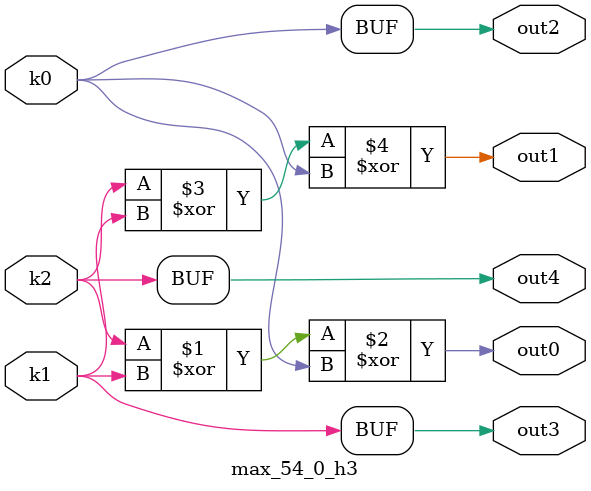
<source format=v>
module max_54_0(pi0, pi1, pi2, pi3, pi4, pi5, pi6, pi7, po0, po1, po2, po3, po4);
input pi0, pi1, pi2, pi3, pi4, pi5, pi6, pi7;
output po0, po1, po2, po3, po4;
wire k0, k1, k2;
max_54_0_w3 DUT1 (pi0, pi1, pi2, pi3, pi4, pi5, pi6, pi7, k0, k1, k2);
max_54_0_h3 DUT2 (k0, k1, k2, po0, po1, po2, po3, po4);
endmodule

module max_54_0_w3(in7, in6, in5, in4, in3, in2, in1, in0, k2, k1, k0);
input in7, in6, in5, in4, in3, in2, in1, in0;
output k2, k1, k0;
assign k0 =   in0 ? ~in7 : ~in4;
assign k1 =   ((in5 | ~in2) & ((~in1 & (in6 | ~in3) & (in7 | ~in4)) | (in6 & ~in3))) | (in5 & ~in2);
assign k2 =   ~in4 & in7;
endmodule

module max_54_0_h3(k2, k1, k0, out4, out3, out2, out1, out0);
input k2, k1, k0;
output out4, out3, out2, out1, out0;
assign out0 = k2 ^ k1 ^ k0;
assign out1 = k2 ^ k1 ^ k0;
assign out2 = k0;
assign out3 = k1;
assign out4 = k2;
endmodule

</source>
